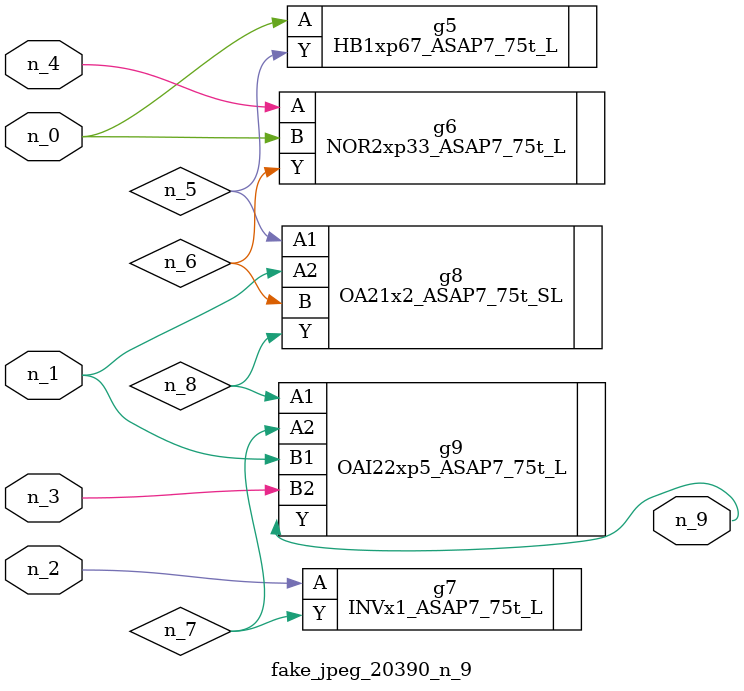
<source format=v>
module fake_jpeg_20390_n_9 (n_3, n_2, n_1, n_0, n_4, n_9);

input n_3;
input n_2;
input n_1;
input n_0;
input n_4;

output n_9;

wire n_8;
wire n_6;
wire n_5;
wire n_7;

HB1xp67_ASAP7_75t_L g5 ( 
.A(n_0),
.Y(n_5)
);

NOR2xp33_ASAP7_75t_L g6 ( 
.A(n_4),
.B(n_0),
.Y(n_6)
);

INVx1_ASAP7_75t_L g7 ( 
.A(n_2),
.Y(n_7)
);

OA21x2_ASAP7_75t_SL g8 ( 
.A1(n_5),
.A2(n_1),
.B(n_6),
.Y(n_8)
);

OAI22xp5_ASAP7_75t_L g9 ( 
.A1(n_8),
.A2(n_7),
.B1(n_1),
.B2(n_3),
.Y(n_9)
);


endmodule
</source>
